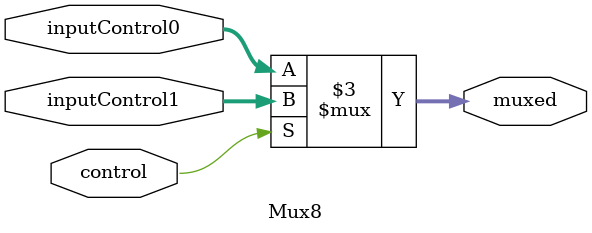
<source format=v>
module Mux8 (
    input   wire    [7:0]   inputControl0,
    input   wire    [7:0]   inputControl1,
    input   wire            control,

    output  reg     [7:0]   muxed
);
    always @(*) begin
        if (control) begin
            muxed <= inputControl1;
        end
        else begin
            muxed <= inputControl0;
        end
    end

endmodule
</source>
